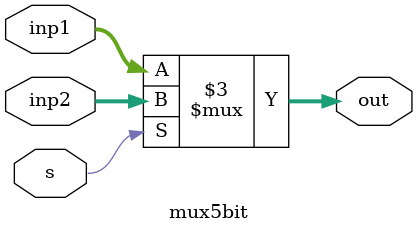
<source format=v>
module mux5bit(inp1,inp2,s,out);
input s;
input[4:0] inp1,inp2;
output reg [4:0] out;
always@(inp1,inp2,s) 
if (s) out = inp2;
else out = inp1;
endmodule
</source>
